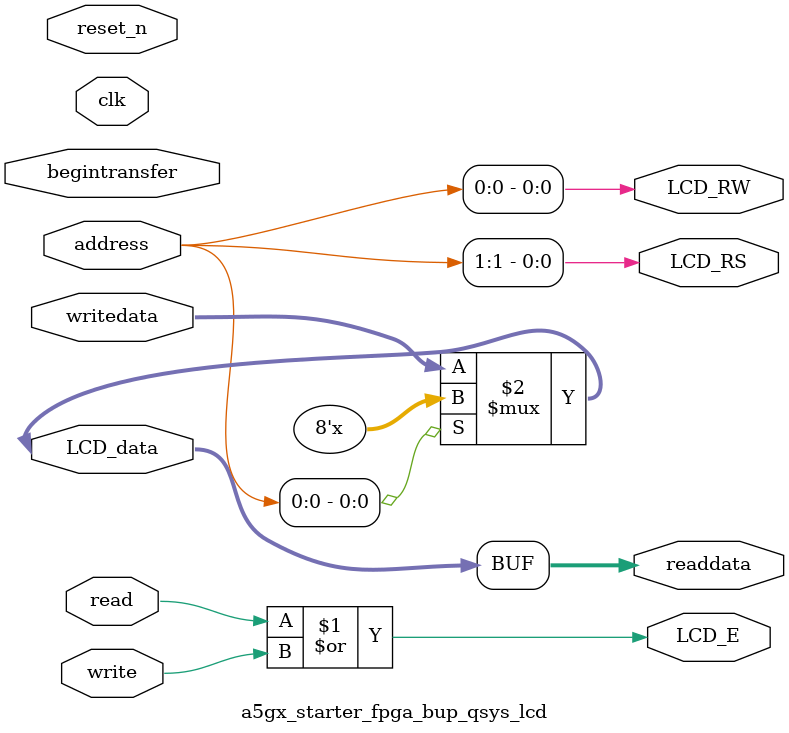
<source format=v>

`timescale 1ns / 1ps
// synthesis translate_on

// turn off superfluous verilog processor warnings 
// altera message_level Level1 
// altera message_off 10034 10035 10036 10037 10230 10240 10030 

module a5gx_starter_fpga_bup_qsys_lcd (
                                        // inputs:
                                         address,
                                         begintransfer,
                                         clk,
                                         read,
                                         reset_n,
                                         write,
                                         writedata,

                                        // outputs:
                                         LCD_E,
                                         LCD_RS,
                                         LCD_RW,
                                         LCD_data,
                                         readdata
                                      )
;

  output           LCD_E;
  output           LCD_RS;
  output           LCD_RW;
  inout   [  7: 0] LCD_data;
  output  [  7: 0] readdata;
  input   [  1: 0] address;
  input            begintransfer;
  input            clk;
  input            read;
  input            reset_n;
  input            write;
  input   [  7: 0] writedata;


wire             LCD_E;
wire             LCD_RS;
wire             LCD_RW;
wire    [  7: 0] LCD_data;
wire    [  7: 0] readdata;
  assign LCD_RW = address[0];
  assign LCD_RS = address[1];
  assign LCD_E = read | write;
  assign LCD_data = (address[0]) ? {8{1'bz}} : writedata;
  assign readdata = LCD_data;
  //control_slave, which is an e_avalon_slave

endmodule


</source>
